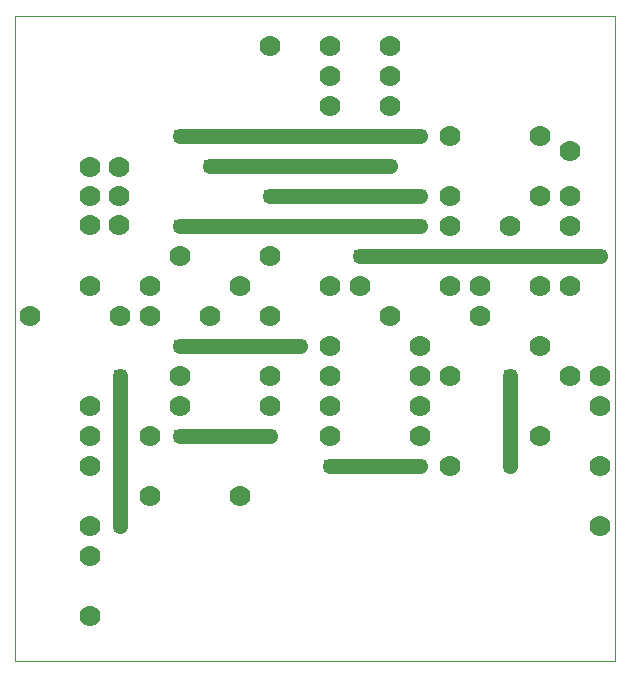
<source format=gtl>
G75*
%MOIN*%
%OFA0B0*%
%FSLAX25Y25*%
%IPPOS*%
%LPD*%
%AMOC8*
5,1,8,0,0,1.08239X$1,22.5*
%
%ADD10C,0.00000*%
%ADD11C,0.07000*%
%ADD12C,0.05000*%
%ADD13R,0.04356X0.04356*%
D10*
X0015337Y0001000D02*
X0015337Y0216000D01*
X0215337Y0216000D01*
X0215337Y0001000D01*
X0015337Y0001000D01*
D11*
X0040337Y0016000D03*
X0040337Y0036000D03*
X0040337Y0046000D03*
X0060337Y0056000D03*
X0040337Y0066000D03*
X0040337Y0076000D03*
X0040337Y0086000D03*
X0060337Y0076000D03*
X0070337Y0086000D03*
X0070337Y0096000D03*
X0060337Y0116000D03*
X0050337Y0116000D03*
X0040337Y0126000D03*
X0060337Y0126000D03*
X0070337Y0136000D03*
X0090337Y0126000D03*
X0100337Y0136000D03*
X0120337Y0126000D03*
X0130337Y0126000D03*
X0140337Y0116000D03*
X0150337Y0106000D03*
X0150337Y0096000D03*
X0150337Y0086000D03*
X0160337Y0096000D03*
X0150337Y0076000D03*
X0160337Y0066000D03*
X0190337Y0076000D03*
X0210337Y0066000D03*
X0210337Y0086000D03*
X0210337Y0096000D03*
X0200337Y0096000D03*
X0190337Y0106000D03*
X0170337Y0116000D03*
X0170337Y0126000D03*
X0160337Y0126000D03*
X0160337Y0146000D03*
X0160337Y0156000D03*
X0180337Y0146000D03*
X0190337Y0156000D03*
X0200337Y0156000D03*
X0200337Y0146000D03*
X0200337Y0126000D03*
X0190337Y0126000D03*
X0200337Y0171000D03*
X0190337Y0176000D03*
X0160337Y0176000D03*
X0140337Y0186000D03*
X0140337Y0196000D03*
X0140337Y0206000D03*
X0120337Y0206000D03*
X0120337Y0196000D03*
X0120337Y0186000D03*
X0100337Y0206000D03*
X0050022Y0165685D03*
X0040337Y0165685D03*
X0040337Y0156000D03*
X0040337Y0146315D03*
X0050022Y0146315D03*
X0050022Y0156000D03*
X0020337Y0116000D03*
X0080337Y0116000D03*
X0100337Y0116000D03*
X0120337Y0106000D03*
X0120337Y0096000D03*
X0120337Y0086000D03*
X0120337Y0076000D03*
X0100337Y0086000D03*
X0100337Y0096000D03*
X0090337Y0056000D03*
X0210337Y0046000D03*
D12*
X0180337Y0066000D02*
X0180337Y0096000D01*
X0150337Y0066000D02*
X0120337Y0066000D01*
X0100337Y0076000D02*
X0070337Y0076000D01*
X0050337Y0096000D02*
X0050337Y0046000D01*
X0070337Y0106000D02*
X0110337Y0106000D01*
X0130337Y0136000D02*
X0150337Y0136000D01*
X0210337Y0136000D01*
X0150337Y0146000D02*
X0070337Y0146000D01*
X0080337Y0166000D02*
X0140337Y0166000D01*
X0150337Y0156000D02*
X0100337Y0156000D01*
X0070337Y0176000D02*
X0150337Y0176000D01*
D13*
X0150337Y0176000D03*
X0140337Y0166000D03*
X0150337Y0156000D03*
X0150337Y0146000D03*
X0160337Y0156000D03*
X0150337Y0136000D03*
X0130337Y0136000D03*
X0100337Y0156000D03*
X0080337Y0166000D03*
X0070337Y0176000D03*
X0070337Y0146000D03*
X0070337Y0106000D03*
X0050337Y0096000D03*
X0070337Y0076000D03*
X0100337Y0076000D03*
X0120337Y0066000D03*
X0150337Y0066000D03*
X0180337Y0066000D03*
X0180337Y0096000D03*
X0210337Y0136000D03*
X0110337Y0106000D03*
X0050337Y0046000D03*
M02*

</source>
